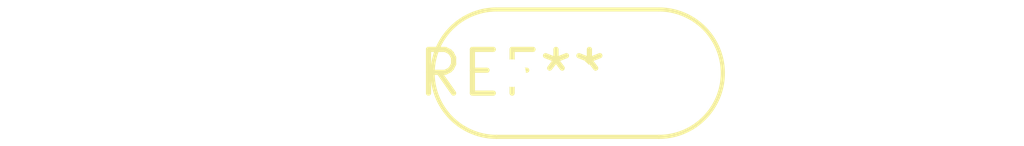
<source format=kicad_pcb>
(kicad_pcb (version 20240108) (generator pcbnew)
  (layers (0 "F.Cu" signal) (31 "B.Cu" signal) (34 "B.Paste" user) (35 "F.Paste" user) (36 "B.SilkS" user "B.Silkscreen") (37 "F.SilkS" user "F.Silkscreen") (38 "B.Mask" user) (39 "F.Mask" user) (44 "Edge.Cuts" user))
  (net 0 "")
  (footprint "Crystal_HC52-U-3Pin_Vertical" (layer "F.Cu") (at 0 0)
    (property "Reference" "REF**")
    (property "Value" "Crystal_HC52-U-3Pin_Vertical")
    (fp_line (start -0.45 -1.85) (end 4.25 -1.85) (layer "F.SilkS") (stroke (width 0.12)))
    (fp_line (start -0.45 1.85) (end 4.25 1.85) (layer "F.SilkS") (stroke (width 0.12)))
    (fp_arc (start -0.45 1.85) (mid -2.3 0) (end -0.45 -1.85) (layer "F.SilkS") (stroke (width 0.12)))
    (fp_arc (start 4.25 -1.85) (mid 6.1 0) (end 4.25 1.85) (layer "F.SilkS") (stroke (width 0.12)))
    (pad "1" thru_hole circle (at 0 0) (size 1.5 1.5) (drill 0.8) (layers *.Cu *.Mask) (remove_unused_layers))
    (pad "2" thru_hole circle (at 1.9 0) (size 1.5 1.5) (drill 0.8) (layers *.Cu *.Mask) (remove_unused_layers))
    (pad "3" thru_hole circle (at 3.8 0) (size 1.5 1.5) (drill 0.8) (layers *.Cu *.Mask) (remove_unused_layers))
  )
)
</source>
